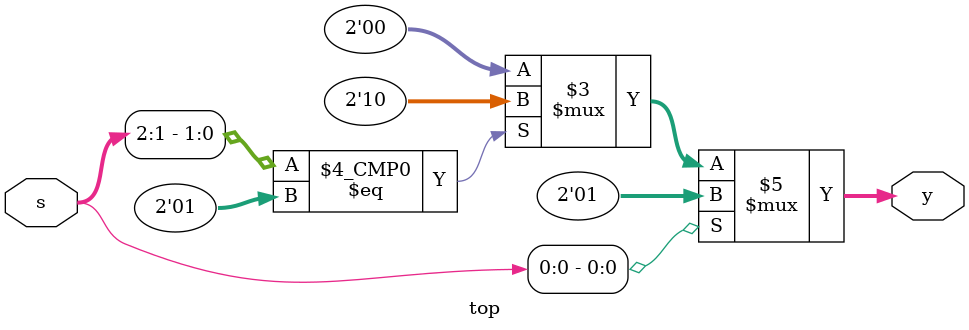
<source format=sv>
module top(input logic [2:0] s, output logic [1:0] y);
always_comb
 casex (s)
  3'bxx1  : y  = 2'b01;
  3'b01x  : y  = 2'b10;
  3'b001  : y  = 2'b11;
  default : y  = 2'b00;
endcase
endmodule : top

</source>
